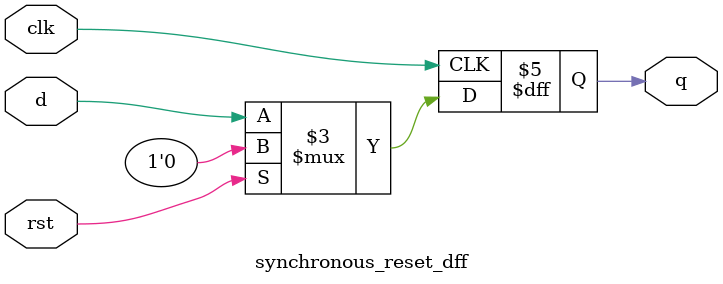
<source format=v>
module synchronous_reset_dff(input clk, input rst, input d, output reg q);
always @(posedge clk) begin
  if (rst)
    q <= 0;
  else
    q <= d;
end
endmodule
</source>
